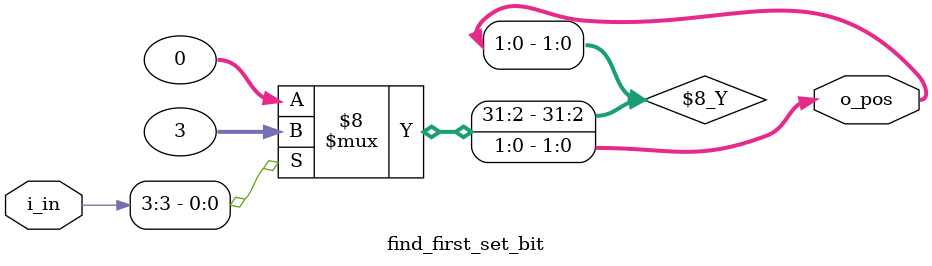
<source format=sv>

module find_first_set_bit#(parameter WIDTH=4)(
    i_in  , 
    o_pos
) ; 
    input [WIDTH-1:0] i_in ; 
    output logic [$clog2(WIDTH)-1:0]  o_pos ; 
    always_comb begin 
        for (int i = 0;  i< WIDTH; i++) begin 
            o_pos = i_in[i] ? i : 0;  
        end
    end
endmodule 
</source>
